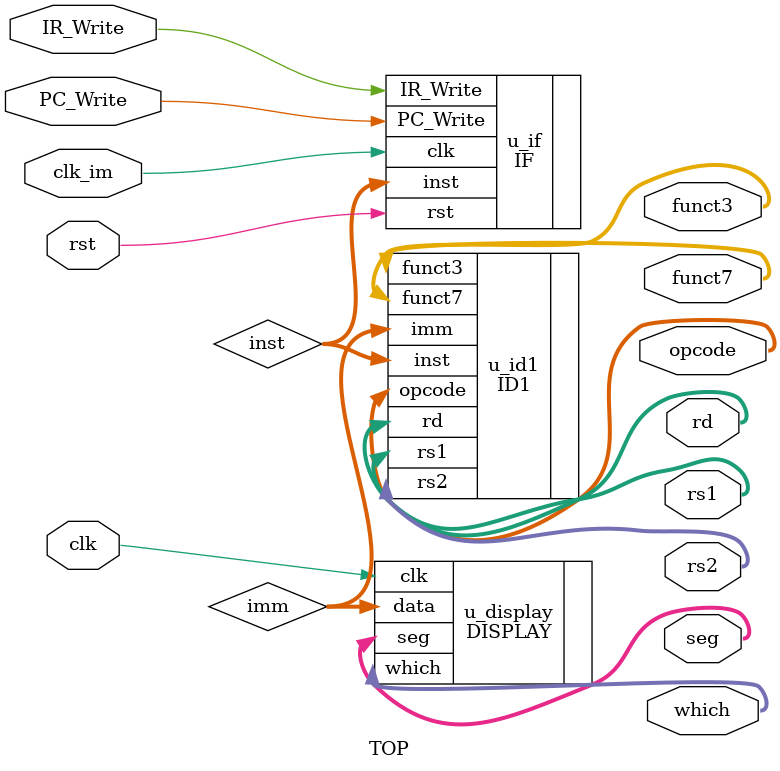
<source format=v>
`timescale 1ns / 1ps

module TOP (
    rst,
    clk_im,
    clk,
    IR_Write,
    PC_Write,
    rs1,
    rs2,
    rd,
    opcode,
    funct3,
    funct7,
    which,
    seg
);

  input rst, clk_im, clk, IR_Write, PC_Write;
  output [4:0] rs1, rs2, rd;
  output [6:0] opcode;
  output [2:0] funct3;
  output [6:0] funct7;
  output [3:0] which;
  output [7:0] seg;


  wire [31:0] inst;
  wire [31:0] imm;


  IF u_if (
      .rst(rst),
      .clk(clk_im),
      .IR_Write(IR_Write),
      .PC_Write(PC_Write),
      .inst(inst)
  );

  ID1 u_id1 (
      .inst(inst),
      .rs1(rs1),
      .rs2(rs2),
      .rd(rd),
      .opcode(opcode),
      .funct3(funct3),
      .funct7(funct7),
      .imm(imm)
  );

  DISPLAY u_display (
      .clk  (clk),
      .data (imm),
      .which(which),
      .seg  (seg)
  );


endmodule

</source>
